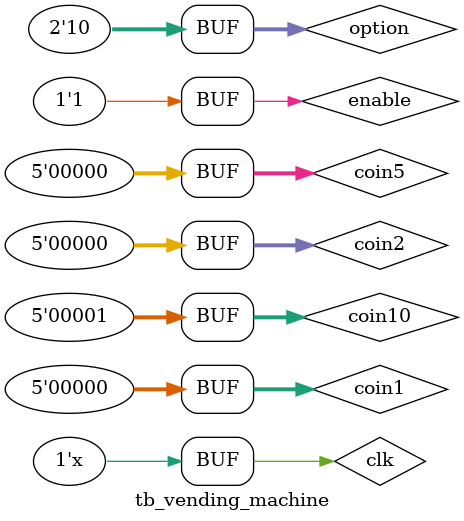
<source format=v>
`timescale 1ns / 1ps

module tb_vending_machine;

	// Inputs
	reg clk;
	reg [1:0]option;
	reg enable;
	reg [4:0]coin1;
	reg [4:0]coin2;
	reg [4:0]coin5;
	reg [4:0]coin10; 

	// Outputs
	wire [4:0]change,total,amount;
	wire [1:0]product;

	// Instantiate the Unit Under Test (UUT)
	vending_machine uut (
		.enable(enable),
		.clk(clk),  
		.change(change), 
		.amount(amount),
		.total(total),
		.product(product),
		.option(option), 
		.coin1(coin1), 
		.coin2(coin2), 
		.coin5(coin5), 
		.coin10(coin10)
	);

	initial begin
		// Initialize Inputs
		clk = 0;
		enable = 0;
		option = 0;
		coin1 = 0;
		coin2 = 0;
		coin5 = 0;
		coin10 = 0;
		
		// Wait 100 ns for global reset to finish
		#100;
       
		// Add stimulus here
		enable = 1;
		option = 2'b 01;
		coin1 =4'b 0001;
		coin2 = 0;
		coin5 = 0; 
		coin10 = 0;

		// Wait 100 ns for global reset to finish
		#100;
		
		enable = 1;
		option = 2'b 01;
		coin1 =0;
		coin2 = 4'b 001;
		coin5 = 0; 
		coin10 = 0;
		
		// Wait 100 ns for global reset to finish
		#100;
       
		// Add stimulus here
		enable = 1;
		option = 2'b 01;
		coin1 = 0;
		coin2 = 0;
		coin5 = 4'b 001; 
		coin10 = 0;
		
		// Wait 100 ns for global reset to finish
      #100;
		// Add stimulus here
		enable = 1;
		option = 2'b 10;
		coin1 = 0;
		coin2 = 0;
		coin5 = 4'b 001; 
		coin10 = 0;
		
		// Wait 100 ns for global reset to finish
		#100;
       
		// Add stimulus here
		enable = 1;
		option = 2'b 10;
		coin1 = 0;
		coin2 = 0;
		coin5 = 0; 
		coin10 = 4'b 001;
		
		// Wait 100 ns for global reset to finish
		#100;
       
		// Add stimulus here
		enable = 1;
		option = 2'b 01;
		coin1 = 0;
		coin2 = 0;
		coin5 = 0; 
		coin10 = 4'b 001;

		// Wait 100 ns for global reset to finish
		#100;
       
		// Add stimulus here
		enable = 1;
		clk = 1;
		option = 2'b 01;
		coin1 =4'b 0101;
		coin2 = 0;
		coin5 = 0; 
		coin10 =4'b 0001;
		
		// Wait 100 ns for global reset to finish
		#100;
       
		// Add stimulus here
		enable = 1;
		clk = 1;
		option = 2'b 01;
		coin1 =0;
		coin2 = 0;
		coin5 = 0; 
		coin10 =4'b 0001;
		
		// Wait 100 ns for global reset to finish
		#100;
       
		// Add stimulus here
		enable = 1;
		clk = 1;
		option = 2'b 10;
		coin1 =4'b 0000;
		coin2 = 4'b 0000;
		coin5 = 0; 
		coin10 =4'b 0001;

	end
	
	always #10 clk = ~clk;
      
endmodule


</source>
